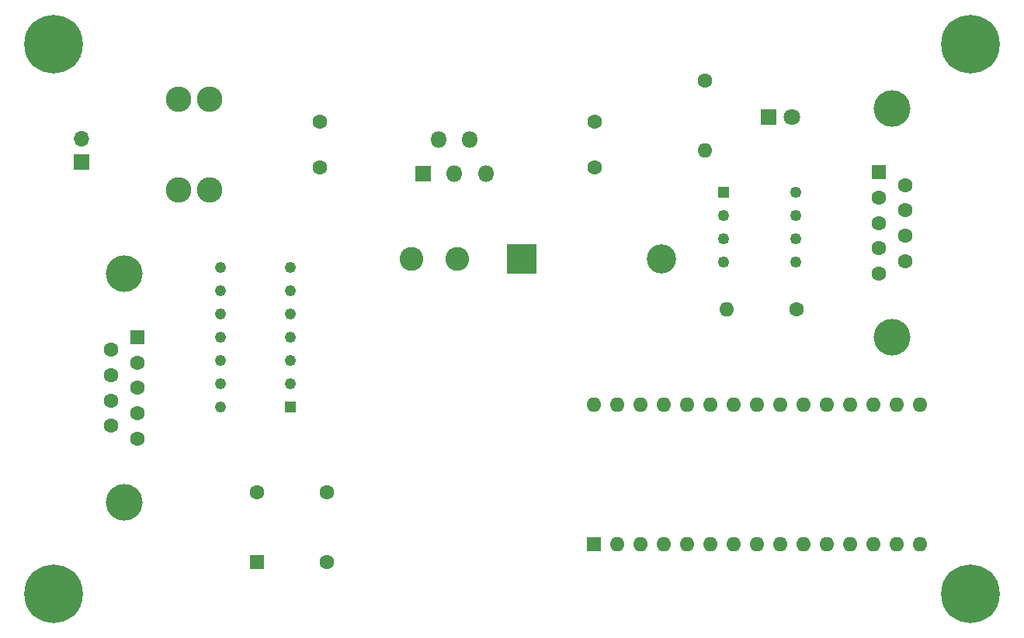
<source format=gbr>
%TF.GenerationSoftware,KiCad,Pcbnew,(6.0.5)*%
%TF.CreationDate,2022-08-25T10:58:41-04:00*%
%TF.ProjectId,TLM-18-Wrap-Up-Supervisor,544c4d2d-3138-42d5-9772-61702d55702d,A*%
%TF.SameCoordinates,Original*%
%TF.FileFunction,Soldermask,Bot*%
%TF.FilePolarity,Negative*%
%FSLAX46Y46*%
G04 Gerber Fmt 4.6, Leading zero omitted, Abs format (unit mm)*
G04 Created by KiCad (PCBNEW (6.0.5)) date 2022-08-25 10:58:41*
%MOMM*%
%LPD*%
G01*
G04 APERTURE LIST*
%ADD10R,1.600000X1.600000*%
%ADD11C,1.600000*%
%ADD12R,1.220000X1.220000*%
%ADD13C,1.220000*%
%ADD14R,1.800000X1.800000*%
%ADD15O,1.800000X1.800000*%
%ADD16R,3.200000X3.200000*%
%ADD17O,3.200000X3.200000*%
%ADD18O,1.600000X1.600000*%
%ADD19C,4.000000*%
%ADD20C,2.780000*%
%ADD21R,1.250000X1.250000*%
%ADD22C,1.250000*%
%ADD23C,6.400000*%
%ADD24C,2.600000*%
%ADD25R,1.700000X1.700000*%
%ADD26O,1.700000X1.700000*%
%ADD27C,1.800000*%
G04 APERTURE END LIST*
D10*
%TO.C,X1*%
X105156000Y-131572000D03*
D11*
X112776000Y-131572000D03*
X112776000Y-123952000D03*
X105156000Y-123952000D03*
%TD*%
D12*
%TO.C,U2*%
X108810000Y-114620000D03*
D13*
X108810000Y-112080000D03*
X108810000Y-109540000D03*
X108810000Y-107000000D03*
X108810000Y-104460000D03*
X108810000Y-101920000D03*
X108810000Y-99380000D03*
X101190000Y-99380000D03*
X101190000Y-101920000D03*
X101190000Y-104460000D03*
X101190000Y-107000000D03*
X101190000Y-109540000D03*
X101190000Y-112080000D03*
X101190000Y-114620000D03*
%TD*%
D11*
%TO.C,C4*%
X142000000Y-83500000D03*
X142000000Y-88500000D03*
%TD*%
D14*
%TO.C,U1*%
X123300000Y-89150000D03*
D15*
X125000000Y-85450000D03*
X126700000Y-89150000D03*
X128400000Y-85450000D03*
X130100000Y-89150000D03*
%TD*%
D16*
%TO.C,D1*%
X134000000Y-98500000D03*
D17*
X149240000Y-98500000D03*
%TD*%
D11*
%TO.C,R2*%
X164000000Y-104000000D03*
D18*
X156380000Y-104000000D03*
%TD*%
D11*
%TO.C,R3*%
X154000000Y-79000000D03*
D18*
X154000000Y-86620000D03*
%TD*%
D10*
%TO.C,A1*%
X141950000Y-129610000D03*
D18*
X144490000Y-129610000D03*
X147030000Y-129610000D03*
X149570000Y-129610000D03*
X152110000Y-129610000D03*
X154650000Y-129610000D03*
X157190000Y-129610000D03*
X159730000Y-129610000D03*
X162270000Y-129610000D03*
X164810000Y-129610000D03*
X167350000Y-129610000D03*
X169890000Y-129610000D03*
X172430000Y-129610000D03*
X174970000Y-129610000D03*
X177510000Y-129610000D03*
X177510000Y-114370000D03*
X174970000Y-114370000D03*
X172430000Y-114370000D03*
X169890000Y-114370000D03*
X167350000Y-114370000D03*
X164810000Y-114370000D03*
X162270000Y-114370000D03*
X159730000Y-114370000D03*
X157190000Y-114370000D03*
X154650000Y-114370000D03*
X152110000Y-114370000D03*
X149570000Y-114370000D03*
X147030000Y-114370000D03*
X144490000Y-114370000D03*
X141950000Y-114370000D03*
%TD*%
D19*
%TO.C,J2*%
X90702331Y-125040000D03*
X90702331Y-100040000D03*
D10*
X92122331Y-107000000D03*
D11*
X92122331Y-109770000D03*
X92122331Y-112540000D03*
X92122331Y-115310000D03*
X92122331Y-118080000D03*
X89282331Y-108385000D03*
X89282331Y-111155000D03*
X89282331Y-113925000D03*
X89282331Y-116695000D03*
%TD*%
D20*
%TO.C,F1*%
X100000000Y-81000000D03*
X96600000Y-81000000D03*
X100000000Y-90920000D03*
X96600000Y-90920000D03*
%TD*%
D11*
%TO.C,C1*%
X112000000Y-88500000D03*
X112000000Y-83500000D03*
%TD*%
D21*
%TO.C,U3*%
X156065000Y-91190000D03*
D22*
X156065000Y-93730000D03*
X156065000Y-96270000D03*
X156065000Y-98810000D03*
X163935000Y-98810000D03*
X163935000Y-96270000D03*
X163935000Y-93730000D03*
X163935000Y-91190000D03*
%TD*%
D23*
%TO.C,*%
X183000000Y-135000000D03*
%TD*%
%TO.C,*%
X83000000Y-75000000D03*
%TD*%
D24*
%TO.C,L1*%
X127000000Y-98500000D03*
X122000000Y-98500000D03*
%TD*%
D19*
%TO.C,J3*%
X174420000Y-82040000D03*
X174420000Y-107040000D03*
D10*
X173000000Y-89000000D03*
D11*
X173000000Y-91770000D03*
X173000000Y-94540000D03*
X173000000Y-97310000D03*
X173000000Y-100080000D03*
X175840000Y-90385000D03*
X175840000Y-93155000D03*
X175840000Y-95925000D03*
X175840000Y-98695000D03*
%TD*%
D25*
%TO.C,J1*%
X86000000Y-87880000D03*
D26*
X86000000Y-85340000D03*
%TD*%
D14*
%TO.C,D2*%
X161000000Y-83000000D03*
D27*
X163540000Y-83000000D03*
%TD*%
D23*
%TO.C,*%
X183000000Y-75000000D03*
%TD*%
%TO.C,REF\u002A\u002A*%
X83000000Y-135000000D03*
%TD*%
M02*

</source>
